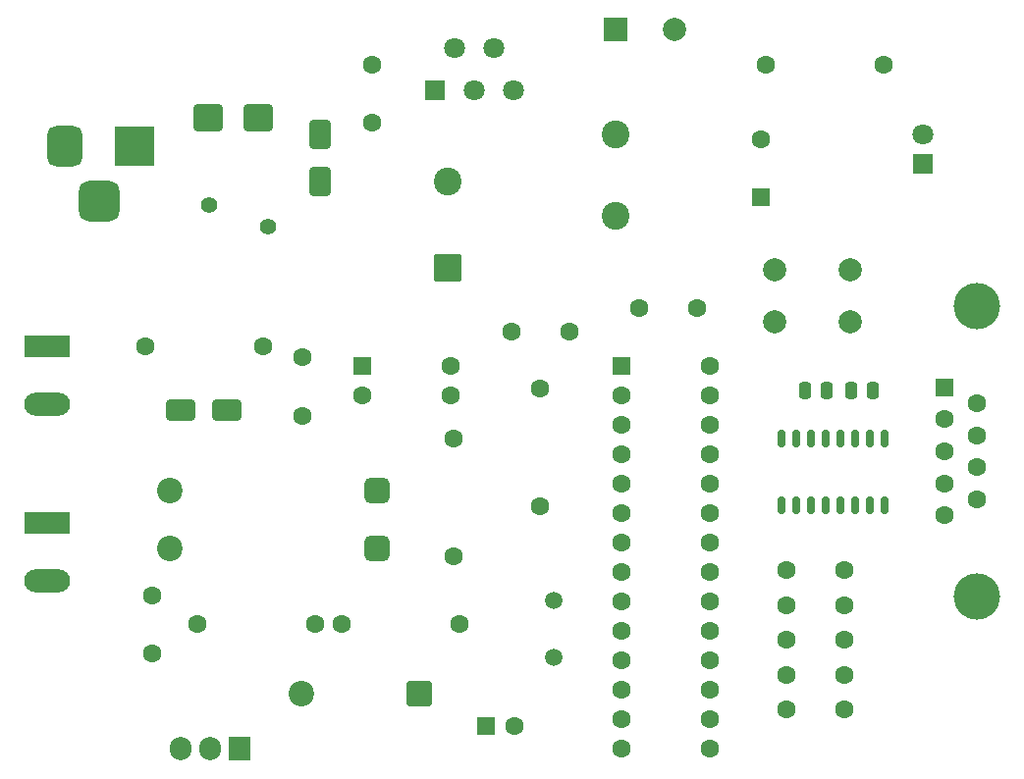
<source format=gbr>
%TF.GenerationSoftware,KiCad,Pcbnew,9.0.4*%
%TF.CreationDate,2025-09-02T22:33:32-03:00*%
%TF.ProjectId,sillion,73696c6c-696f-46e2-9e6b-696361645f70,rev?*%
%TF.SameCoordinates,Original*%
%TF.FileFunction,Soldermask,Top*%
%TF.FilePolarity,Negative*%
%FSLAX46Y46*%
G04 Gerber Fmt 4.6, Leading zero omitted, Abs format (unit mm)*
G04 Created by KiCad (PCBNEW 9.0.4) date 2025-09-02 22:33:32*
%MOMM*%
%LPD*%
G01*
G04 APERTURE LIST*
G04 Aperture macros list*
%AMRoundRect*
0 Rectangle with rounded corners*
0 $1 Rounding radius*
0 $2 $3 $4 $5 $6 $7 $8 $9 X,Y pos of 4 corners*
0 Add a 4 corners polygon primitive as box body*
4,1,4,$2,$3,$4,$5,$6,$7,$8,$9,$2,$3,0*
0 Add four circle primitives for the rounded corners*
1,1,$1+$1,$2,$3*
1,1,$1+$1,$4,$5*
1,1,$1+$1,$6,$7*
1,1,$1+$1,$8,$9*
0 Add four rect primitives between the rounded corners*
20,1,$1+$1,$2,$3,$4,$5,0*
20,1,$1+$1,$4,$5,$6,$7,0*
20,1,$1+$1,$6,$7,$8,$9,0*
20,1,$1+$1,$8,$9,$2,$3,0*%
G04 Aperture macros list end*
%ADD10C,4.000000*%
%ADD11R,1.600000X1.600000*%
%ADD12C,1.600000*%
%ADD13R,1.800000X1.800000*%
%ADD14C,1.800000*%
%ADD15RoundRect,0.250000X0.250000X0.475000X-0.250000X0.475000X-0.250000X-0.475000X0.250000X-0.475000X0*%
%ADD16RoundRect,0.162500X-0.162500X0.575000X-0.162500X-0.575000X0.162500X-0.575000X0.162500X0.575000X0*%
%ADD17C,2.000000*%
%ADD18R,2.000000X2.000000*%
%ADD19RoundRect,0.250000X-0.550000X-0.550000X0.550000X-0.550000X0.550000X0.550000X-0.550000X0.550000X0*%
%ADD20O,1.905000X2.000000*%
%ADD21R,1.905000X2.000000*%
%ADD22RoundRect,0.250000X1.000000X0.900000X-1.000000X0.900000X-1.000000X-0.900000X1.000000X-0.900000X0*%
%ADD23C,1.500000*%
%ADD24C,2.400000*%
%ADD25R,3.960000X1.980000*%
%ADD26O,3.960000X1.980000*%
%ADD27R,3.500000X3.500000*%
%ADD28RoundRect,0.750000X-0.750000X-1.000000X0.750000X-1.000000X0.750000X1.000000X-0.750000X1.000000X0*%
%ADD29RoundRect,0.875000X-0.875000X-0.875000X0.875000X-0.875000X0.875000X0.875000X-0.875000X0.875000X0*%
%ADD30RoundRect,0.550000X0.550000X0.550000X-0.550000X0.550000X-0.550000X-0.550000X0.550000X-0.550000X0*%
%ADD31C,2.200000*%
%ADD32RoundRect,0.250000X1.000000X0.650000X-1.000000X0.650000X-1.000000X-0.650000X1.000000X-0.650000X0*%
%ADD33RoundRect,0.249999X0.850001X0.850001X-0.850001X0.850001X-0.850001X-0.850001X0.850001X-0.850001X0*%
%ADD34RoundRect,0.250000X-0.650000X1.000000X-0.650000X-1.000000X0.650000X-1.000000X0.650000X1.000000X0*%
%ADD35RoundRect,0.250000X0.550000X-0.550000X0.550000X0.550000X-0.550000X0.550000X-0.550000X-0.550000X0*%
%ADD36RoundRect,0.250001X0.949999X-0.949999X0.949999X0.949999X-0.949999X0.949999X-0.949999X-0.949999X0*%
%ADD37C,1.400000*%
G04 APERTURE END LIST*
D10*
%TO.C,J2*%
X166676400Y-71820800D03*
X166676400Y-46820800D03*
D11*
X163836400Y-53780800D03*
D12*
X163836400Y-56550800D03*
X163836400Y-59320800D03*
X163836400Y-62090800D03*
X163836400Y-64860800D03*
X166676400Y-55165800D03*
X166676400Y-57935800D03*
X166676400Y-60705800D03*
X166676400Y-63475800D03*
%TD*%
D13*
%TO.C,D3*%
X162000000Y-34540000D03*
D14*
X162000000Y-32000000D03*
%TD*%
D12*
%TO.C,C5*%
X150241200Y-81602000D03*
X155241200Y-81602000D03*
%TD*%
%TO.C,C1*%
X150241200Y-75602000D03*
X155241200Y-75602000D03*
%TD*%
%TO.C,C4*%
X150241200Y-78602000D03*
X155241200Y-78602000D03*
%TD*%
%TO.C,C2*%
X155241200Y-69602000D03*
X150241200Y-69602000D03*
%TD*%
D15*
%TO.C,C11*%
X157691200Y-54102000D03*
X155791200Y-54102000D03*
%TD*%
%TO.C,C10*%
X153741200Y-54102000D03*
X151841200Y-54102000D03*
%TD*%
D16*
%TO.C,U3*%
X158686200Y-58239500D03*
X157416200Y-58239500D03*
X156146200Y-58239500D03*
X154876200Y-58239500D03*
X153606200Y-58239500D03*
X152336200Y-58239500D03*
X151066200Y-58239500D03*
X149796200Y-58239500D03*
X149796200Y-63964500D03*
X151066200Y-63964500D03*
X152336200Y-63964500D03*
X153606200Y-63964500D03*
X154876200Y-63964500D03*
X156146200Y-63964500D03*
X157416200Y-63964500D03*
X158686200Y-63964500D03*
%TD*%
D17*
%TO.C,SW1*%
X149200800Y-43673200D03*
X155700800Y-43673200D03*
X149200800Y-48173200D03*
X155700800Y-48173200D03*
%TD*%
D12*
%TO.C,C6*%
X114500000Y-26000000D03*
X114500000Y-31000000D03*
%TD*%
D14*
%TO.C,U2*%
X126700000Y-28200000D03*
X125000000Y-24500000D03*
X123300000Y-28200000D03*
X121600000Y-24500000D03*
D13*
X119900000Y-28200000D03*
%TD*%
D17*
%TO.C,D1*%
X140540000Y-22950000D03*
D18*
X135460000Y-22950000D03*
%TD*%
D12*
%TO.C,C14*%
X126794888Y-83000000D03*
D19*
X124294888Y-83000000D03*
%TD*%
D20*
%TO.C,Q1*%
X98000000Y-85000000D03*
X100540000Y-85000000D03*
D21*
X103080000Y-85000000D03*
%TD*%
D22*
%TO.C,D2*%
X100350000Y-30500000D03*
X104650000Y-30500000D03*
%TD*%
D12*
%TO.C,R6*%
X121500000Y-68395000D03*
X121500000Y-58235000D03*
%TD*%
D23*
%TO.C,Y1*%
X130149600Y-77066800D03*
X130149600Y-72186800D03*
%TD*%
D19*
%TO.C,U4*%
X113695000Y-51960000D03*
D12*
X113695000Y-54500000D03*
X121315000Y-54500000D03*
X121315000Y-51960000D03*
%TD*%
%TO.C,R8*%
X109580000Y-74235000D03*
X99420000Y-74235000D03*
%TD*%
%TO.C,R7*%
X111920000Y-74235000D03*
X122080000Y-74235000D03*
%TD*%
%TO.C,R5*%
X94920000Y-50235000D03*
X105080000Y-50235000D03*
%TD*%
%TO.C,R2*%
X148420000Y-26000000D03*
X158580000Y-26000000D03*
%TD*%
%TO.C,R1*%
X129000000Y-53920000D03*
X129000000Y-64080000D03*
%TD*%
D24*
%TO.C,L1*%
X135500000Y-32000000D03*
X135500000Y-39000000D03*
%TD*%
D25*
%TO.C,J4*%
X86500000Y-65470000D03*
D26*
X86500000Y-70470000D03*
%TD*%
D25*
%TO.C,J3*%
X86500000Y-50235000D03*
D26*
X86500000Y-55235000D03*
%TD*%
D27*
%TO.C,J1*%
X94000000Y-33000000D03*
D28*
X88000000Y-33000000D03*
D29*
X91000000Y-37700000D03*
%TD*%
D30*
%TO.C,F1*%
X114900000Y-67735000D03*
X114900000Y-62735000D03*
D31*
X97100000Y-67735000D03*
X97100000Y-62735000D03*
%TD*%
D32*
%TO.C,D6*%
X102000000Y-55735000D03*
X98000000Y-55735000D03*
%TD*%
D33*
%TO.C,D5*%
X118580000Y-80235000D03*
D31*
X108420000Y-80235000D03*
%TD*%
D34*
%TO.C,D4*%
X110000000Y-32000000D03*
X110000000Y-36000000D03*
%TD*%
D12*
%TO.C,C15*%
X108500000Y-51235000D03*
X108500000Y-56235000D03*
%TD*%
%TO.C,C13*%
X95500000Y-71735000D03*
X95500000Y-76735000D03*
%TD*%
%TO.C,C12*%
X131500000Y-49000000D03*
X126500000Y-49000000D03*
%TD*%
%TO.C,C9*%
X137500000Y-47000000D03*
X142500000Y-47000000D03*
%TD*%
D35*
%TO.C,C7*%
X148000000Y-37402651D03*
D12*
X148000000Y-32402651D03*
%TD*%
D36*
%TO.C,C8*%
X121000000Y-43500000D03*
D24*
X121000000Y-36000000D03*
%TD*%
D37*
%TO.C,TH1*%
X100450000Y-38100000D03*
X105550000Y-39900000D03*
%TD*%
D19*
%TO.C,U1*%
X136000000Y-51960000D03*
D12*
X136000000Y-54500000D03*
X136000000Y-57040000D03*
X136000000Y-59580000D03*
X136000000Y-62120000D03*
X136000000Y-64660000D03*
X136000000Y-67200000D03*
X136000000Y-69740000D03*
X136000000Y-72280000D03*
X136000000Y-74820000D03*
X136000000Y-77360000D03*
X136000000Y-79900000D03*
X136000000Y-82440000D03*
X136000000Y-84980000D03*
X143620000Y-84980000D03*
X143620000Y-82440000D03*
X143620000Y-79900000D03*
X143620000Y-77360000D03*
X143620000Y-74820000D03*
X143620000Y-72280000D03*
X143620000Y-69740000D03*
X143620000Y-67200000D03*
X143620000Y-64660000D03*
X143620000Y-62120000D03*
X143620000Y-59580000D03*
X143620000Y-57040000D03*
X143620000Y-54500000D03*
X143620000Y-51960000D03*
%TD*%
%TO.C,C3*%
X155241200Y-72602000D03*
X150241200Y-72602000D03*
%TD*%
M02*

</source>
